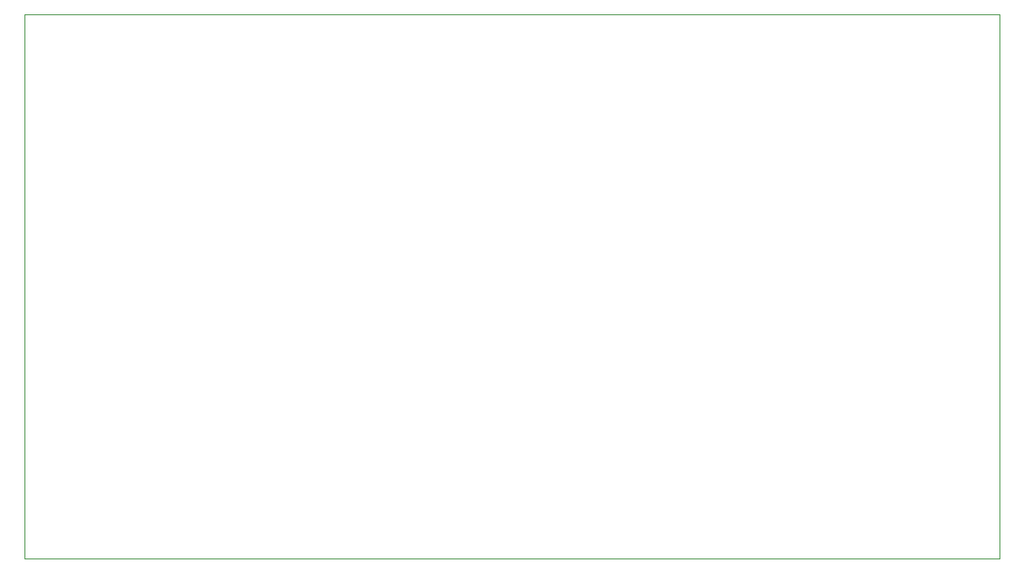
<source format=gbr>
G04 #@! TF.GenerationSoftware,KiCad,Pcbnew,(5.1.5)-3*
G04 #@! TF.CreationDate,2020-01-27T21:13:04-05:00*
G04 #@! TF.ProjectId,power,706f7765-722e-46b6-9963-61645f706362,v01*
G04 #@! TF.SameCoordinates,Original*
G04 #@! TF.FileFunction,Profile,NP*
%FSLAX46Y46*%
G04 Gerber Fmt 4.6, Leading zero omitted, Abs format (unit mm)*
G04 Created by KiCad (PCBNEW (5.1.5)-3) date 2020-01-27 21:13:04*
%MOMM*%
%LPD*%
G04 APERTURE LIST*
%ADD10C,0.050000*%
G04 APERTURE END LIST*
D10*
X71120000Y-41275000D02*
X71755000Y-41275000D01*
X71120000Y-95885000D02*
X71120000Y-41275000D01*
X73025000Y-95885000D02*
X71120000Y-95885000D01*
X168910000Y-95885000D02*
X73025000Y-95885000D01*
X168910000Y-41275000D02*
X168910000Y-95885000D01*
X71755000Y-41275000D02*
X168910000Y-41275000D01*
M02*

</source>
